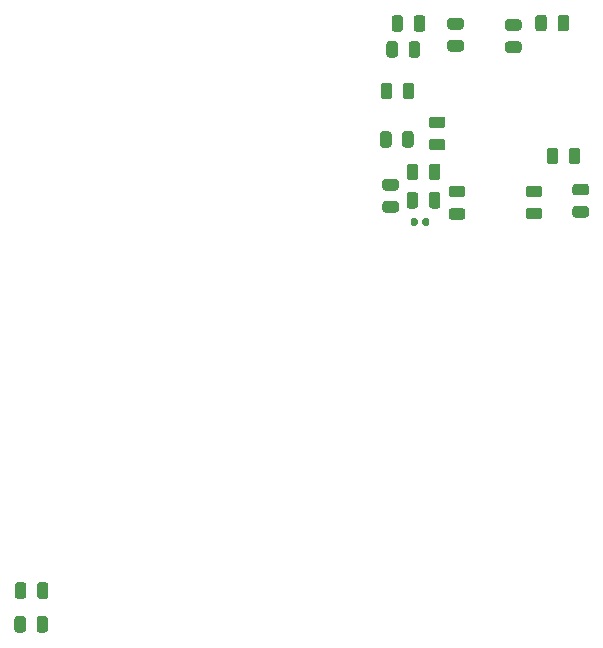
<source format=gbr>
%TF.GenerationSoftware,KiCad,Pcbnew,(5.1.10-1-10_14)*%
%TF.CreationDate,2021-10-15T10:29:32-04:00*%
%TF.ProjectId,main_controller,6d61696e-5f63-46f6-9e74-726f6c6c6572,rev?*%
%TF.SameCoordinates,Original*%
%TF.FileFunction,Paste,Bot*%
%TF.FilePolarity,Positive*%
%FSLAX46Y46*%
G04 Gerber Fmt 4.6, Leading zero omitted, Abs format (unit mm)*
G04 Created by KiCad (PCBNEW (5.1.10-1-10_14)) date 2021-10-15 10:29:32*
%MOMM*%
%LPD*%
G01*
G04 APERTURE LIST*
G04 APERTURE END LIST*
%TO.C,L1*%
G36*
G01*
X160705000Y-78702500D02*
X160705000Y-79047500D01*
G75*
G02*
X160557500Y-79195000I-147500J0D01*
G01*
X160262500Y-79195000D01*
G75*
G02*
X160115000Y-79047500I0J147500D01*
G01*
X160115000Y-78702500D01*
G75*
G02*
X160262500Y-78555000I147500J0D01*
G01*
X160557500Y-78555000D01*
G75*
G02*
X160705000Y-78702500I0J-147500D01*
G01*
G37*
G36*
G01*
X159735000Y-78702500D02*
X159735000Y-79047500D01*
G75*
G02*
X159587500Y-79195000I-147500J0D01*
G01*
X159292500Y-79195000D01*
G75*
G02*
X159145000Y-79047500I0J147500D01*
G01*
X159145000Y-78702500D01*
G75*
G02*
X159292500Y-78555000I147500J0D01*
G01*
X159587500Y-78555000D01*
G75*
G02*
X159735000Y-78702500I0J-147500D01*
G01*
G37*
%TD*%
%TO.C,R17*%
G36*
G01*
X127450000Y-113381250D02*
X127450000Y-112468750D01*
G75*
G02*
X127693750Y-112225000I243750J0D01*
G01*
X128181250Y-112225000D01*
G75*
G02*
X128425000Y-112468750I0J-243750D01*
G01*
X128425000Y-113381250D01*
G75*
G02*
X128181250Y-113625000I-243750J0D01*
G01*
X127693750Y-113625000D01*
G75*
G02*
X127450000Y-113381250I0J243750D01*
G01*
G37*
G36*
G01*
X125575000Y-113381250D02*
X125575000Y-112468750D01*
G75*
G02*
X125818750Y-112225000I243750J0D01*
G01*
X126306250Y-112225000D01*
G75*
G02*
X126550000Y-112468750I0J-243750D01*
G01*
X126550000Y-113381250D01*
G75*
G02*
X126306250Y-113625000I-243750J0D01*
G01*
X125818750Y-113625000D01*
G75*
G02*
X125575000Y-113381250I0J243750D01*
G01*
G37*
%TD*%
%TO.C,R10*%
G36*
G01*
X126587500Y-109618750D02*
X126587500Y-110531250D01*
G75*
G02*
X126343750Y-110775000I-243750J0D01*
G01*
X125856250Y-110775000D01*
G75*
G02*
X125612500Y-110531250I0J243750D01*
G01*
X125612500Y-109618750D01*
G75*
G02*
X125856250Y-109375000I243750J0D01*
G01*
X126343750Y-109375000D01*
G75*
G02*
X126587500Y-109618750I0J-243750D01*
G01*
G37*
G36*
G01*
X128462500Y-109618750D02*
X128462500Y-110531250D01*
G75*
G02*
X128218750Y-110775000I-243750J0D01*
G01*
X127731250Y-110775000D01*
G75*
G02*
X127487500Y-110531250I0J243750D01*
G01*
X127487500Y-109618750D01*
G75*
G02*
X127731250Y-109375000I243750J0D01*
G01*
X128218750Y-109375000D01*
G75*
G02*
X128462500Y-109618750I0J-243750D01*
G01*
G37*
%TD*%
%TO.C,C15*%
G36*
G01*
X159775000Y-74168750D02*
X159775000Y-75081250D01*
G75*
G02*
X159531250Y-75325000I-243750J0D01*
G01*
X159043750Y-75325000D01*
G75*
G02*
X158800000Y-75081250I0J243750D01*
G01*
X158800000Y-74168750D01*
G75*
G02*
X159043750Y-73925000I243750J0D01*
G01*
X159531250Y-73925000D01*
G75*
G02*
X159775000Y-74168750I0J-243750D01*
G01*
G37*
G36*
G01*
X161650000Y-74168750D02*
X161650000Y-75081250D01*
G75*
G02*
X161406250Y-75325000I-243750J0D01*
G01*
X160918750Y-75325000D01*
G75*
G02*
X160675000Y-75081250I0J243750D01*
G01*
X160675000Y-74168750D01*
G75*
G02*
X160918750Y-73925000I243750J0D01*
G01*
X161406250Y-73925000D01*
G75*
G02*
X161650000Y-74168750I0J-243750D01*
G01*
G37*
%TD*%
%TO.C,C14*%
G36*
G01*
X159762500Y-76568750D02*
X159762500Y-77481250D01*
G75*
G02*
X159518750Y-77725000I-243750J0D01*
G01*
X159031250Y-77725000D01*
G75*
G02*
X158787500Y-77481250I0J243750D01*
G01*
X158787500Y-76568750D01*
G75*
G02*
X159031250Y-76325000I243750J0D01*
G01*
X159518750Y-76325000D01*
G75*
G02*
X159762500Y-76568750I0J-243750D01*
G01*
G37*
G36*
G01*
X161637500Y-76568750D02*
X161637500Y-77481250D01*
G75*
G02*
X161393750Y-77725000I-243750J0D01*
G01*
X160906250Y-77725000D01*
G75*
G02*
X160662500Y-77481250I0J243750D01*
G01*
X160662500Y-76568750D01*
G75*
G02*
X160906250Y-76325000I243750J0D01*
G01*
X161393750Y-76325000D01*
G75*
G02*
X161637500Y-76568750I0J-243750D01*
G01*
G37*
%TD*%
%TO.C,C13*%
G36*
G01*
X173981250Y-76612500D02*
X173068750Y-76612500D01*
G75*
G02*
X172825000Y-76368750I0J243750D01*
G01*
X172825000Y-75881250D01*
G75*
G02*
X173068750Y-75637500I243750J0D01*
G01*
X173981250Y-75637500D01*
G75*
G02*
X174225000Y-75881250I0J-243750D01*
G01*
X174225000Y-76368750D01*
G75*
G02*
X173981250Y-76612500I-243750J0D01*
G01*
G37*
G36*
G01*
X173981250Y-78487500D02*
X173068750Y-78487500D01*
G75*
G02*
X172825000Y-78243750I0J243750D01*
G01*
X172825000Y-77756250D01*
G75*
G02*
X173068750Y-77512500I243750J0D01*
G01*
X173981250Y-77512500D01*
G75*
G02*
X174225000Y-77756250I0J-243750D01*
G01*
X174225000Y-78243750D01*
G75*
G02*
X173981250Y-78487500I-243750J0D01*
G01*
G37*
%TD*%
%TO.C,C12*%
G36*
G01*
X159387500Y-62506250D02*
X159387500Y-61593750D01*
G75*
G02*
X159631250Y-61350000I243750J0D01*
G01*
X160118750Y-61350000D01*
G75*
G02*
X160362500Y-61593750I0J-243750D01*
G01*
X160362500Y-62506250D01*
G75*
G02*
X160118750Y-62750000I-243750J0D01*
G01*
X159631250Y-62750000D01*
G75*
G02*
X159387500Y-62506250I0J243750D01*
G01*
G37*
G36*
G01*
X157512500Y-62506250D02*
X157512500Y-61593750D01*
G75*
G02*
X157756250Y-61350000I243750J0D01*
G01*
X158243750Y-61350000D01*
G75*
G02*
X158487500Y-61593750I0J-243750D01*
G01*
X158487500Y-62506250D01*
G75*
G02*
X158243750Y-62750000I-243750J0D01*
G01*
X157756250Y-62750000D01*
G75*
G02*
X157512500Y-62506250I0J243750D01*
G01*
G37*
%TD*%
%TO.C,C11*%
G36*
G01*
X158412500Y-72331250D02*
X158412500Y-71418750D01*
G75*
G02*
X158656250Y-71175000I243750J0D01*
G01*
X159143750Y-71175000D01*
G75*
G02*
X159387500Y-71418750I0J-243750D01*
G01*
X159387500Y-72331250D01*
G75*
G02*
X159143750Y-72575000I-243750J0D01*
G01*
X158656250Y-72575000D01*
G75*
G02*
X158412500Y-72331250I0J243750D01*
G01*
G37*
G36*
G01*
X156537500Y-72331250D02*
X156537500Y-71418750D01*
G75*
G02*
X156781250Y-71175000I243750J0D01*
G01*
X157268750Y-71175000D01*
G75*
G02*
X157512500Y-71418750I0J-243750D01*
G01*
X157512500Y-72331250D01*
G75*
G02*
X157268750Y-72575000I-243750J0D01*
G01*
X156781250Y-72575000D01*
G75*
G02*
X156537500Y-72331250I0J243750D01*
G01*
G37*
%TD*%
%TO.C,C10*%
G36*
G01*
X167368750Y-63575000D02*
X168281250Y-63575000D01*
G75*
G02*
X168525000Y-63818750I0J-243750D01*
G01*
X168525000Y-64306250D01*
G75*
G02*
X168281250Y-64550000I-243750J0D01*
G01*
X167368750Y-64550000D01*
G75*
G02*
X167125000Y-64306250I0J243750D01*
G01*
X167125000Y-63818750D01*
G75*
G02*
X167368750Y-63575000I243750J0D01*
G01*
G37*
G36*
G01*
X167368750Y-61700000D02*
X168281250Y-61700000D01*
G75*
G02*
X168525000Y-61943750I0J-243750D01*
G01*
X168525000Y-62431250D01*
G75*
G02*
X168281250Y-62675000I-243750J0D01*
G01*
X167368750Y-62675000D01*
G75*
G02*
X167125000Y-62431250I0J243750D01*
G01*
X167125000Y-61943750D01*
G75*
G02*
X167368750Y-61700000I243750J0D01*
G01*
G37*
%TD*%
%TO.C,C9*%
G36*
G01*
X170662500Y-61568750D02*
X170662500Y-62481250D01*
G75*
G02*
X170418750Y-62725000I-243750J0D01*
G01*
X169931250Y-62725000D01*
G75*
G02*
X169687500Y-62481250I0J243750D01*
G01*
X169687500Y-61568750D01*
G75*
G02*
X169931250Y-61325000I243750J0D01*
G01*
X170418750Y-61325000D01*
G75*
G02*
X170662500Y-61568750I0J-243750D01*
G01*
G37*
G36*
G01*
X172537500Y-61568750D02*
X172537500Y-62481250D01*
G75*
G02*
X172293750Y-62725000I-243750J0D01*
G01*
X171806250Y-62725000D01*
G75*
G02*
X171562500Y-62481250I0J243750D01*
G01*
X171562500Y-61568750D01*
G75*
G02*
X171806250Y-61325000I243750J0D01*
G01*
X172293750Y-61325000D01*
G75*
G02*
X172537500Y-61568750I0J-243750D01*
G01*
G37*
%TD*%
%TO.C,C8*%
G36*
G01*
X171612500Y-72818750D02*
X171612500Y-73731250D01*
G75*
G02*
X171368750Y-73975000I-243750J0D01*
G01*
X170881250Y-73975000D01*
G75*
G02*
X170637500Y-73731250I0J243750D01*
G01*
X170637500Y-72818750D01*
G75*
G02*
X170881250Y-72575000I243750J0D01*
G01*
X171368750Y-72575000D01*
G75*
G02*
X171612500Y-72818750I0J-243750D01*
G01*
G37*
G36*
G01*
X173487500Y-72818750D02*
X173487500Y-73731250D01*
G75*
G02*
X173243750Y-73975000I-243750J0D01*
G01*
X172756250Y-73975000D01*
G75*
G02*
X172512500Y-73731250I0J243750D01*
G01*
X172512500Y-72818750D01*
G75*
G02*
X172756250Y-72575000I243750J0D01*
G01*
X173243750Y-72575000D01*
G75*
G02*
X173487500Y-72818750I0J-243750D01*
G01*
G37*
%TD*%
%TO.C,C6*%
G36*
G01*
X158950000Y-64706250D02*
X158950000Y-63793750D01*
G75*
G02*
X159193750Y-63550000I243750J0D01*
G01*
X159681250Y-63550000D01*
G75*
G02*
X159925000Y-63793750I0J-243750D01*
G01*
X159925000Y-64706250D01*
G75*
G02*
X159681250Y-64950000I-243750J0D01*
G01*
X159193750Y-64950000D01*
G75*
G02*
X158950000Y-64706250I0J243750D01*
G01*
G37*
G36*
G01*
X157075000Y-64706250D02*
X157075000Y-63793750D01*
G75*
G02*
X157318750Y-63550000I243750J0D01*
G01*
X157806250Y-63550000D01*
G75*
G02*
X158050000Y-63793750I0J-243750D01*
G01*
X158050000Y-64706250D01*
G75*
G02*
X157806250Y-64950000I-243750J0D01*
G01*
X157318750Y-64950000D01*
G75*
G02*
X157075000Y-64706250I0J243750D01*
G01*
G37*
%TD*%
%TO.C,C5*%
G36*
G01*
X157881250Y-76200000D02*
X156968750Y-76200000D01*
G75*
G02*
X156725000Y-75956250I0J243750D01*
G01*
X156725000Y-75468750D01*
G75*
G02*
X156968750Y-75225000I243750J0D01*
G01*
X157881250Y-75225000D01*
G75*
G02*
X158125000Y-75468750I0J-243750D01*
G01*
X158125000Y-75956250D01*
G75*
G02*
X157881250Y-76200000I-243750J0D01*
G01*
G37*
G36*
G01*
X157881250Y-78075000D02*
X156968750Y-78075000D01*
G75*
G02*
X156725000Y-77831250I0J243750D01*
G01*
X156725000Y-77343750D01*
G75*
G02*
X156968750Y-77100000I243750J0D01*
G01*
X157881250Y-77100000D01*
G75*
G02*
X158125000Y-77343750I0J-243750D01*
G01*
X158125000Y-77831250D01*
G75*
G02*
X157881250Y-78075000I-243750J0D01*
G01*
G37*
%TD*%
%TO.C,C4*%
G36*
G01*
X163506250Y-76787500D02*
X162593750Y-76787500D01*
G75*
G02*
X162350000Y-76543750I0J243750D01*
G01*
X162350000Y-76056250D01*
G75*
G02*
X162593750Y-75812500I243750J0D01*
G01*
X163506250Y-75812500D01*
G75*
G02*
X163750000Y-76056250I0J-243750D01*
G01*
X163750000Y-76543750D01*
G75*
G02*
X163506250Y-76787500I-243750J0D01*
G01*
G37*
G36*
G01*
X163506250Y-78662500D02*
X162593750Y-78662500D01*
G75*
G02*
X162350000Y-78418750I0J243750D01*
G01*
X162350000Y-77931250D01*
G75*
G02*
X162593750Y-77687500I243750J0D01*
G01*
X163506250Y-77687500D01*
G75*
G02*
X163750000Y-77931250I0J-243750D01*
G01*
X163750000Y-78418750D01*
G75*
G02*
X163506250Y-78662500I-243750J0D01*
G01*
G37*
%TD*%
%TO.C,C3*%
G36*
G01*
X170031250Y-76762500D02*
X169118750Y-76762500D01*
G75*
G02*
X168875000Y-76518750I0J243750D01*
G01*
X168875000Y-76031250D01*
G75*
G02*
X169118750Y-75787500I243750J0D01*
G01*
X170031250Y-75787500D01*
G75*
G02*
X170275000Y-76031250I0J-243750D01*
G01*
X170275000Y-76518750D01*
G75*
G02*
X170031250Y-76762500I-243750J0D01*
G01*
G37*
G36*
G01*
X170031250Y-78637500D02*
X169118750Y-78637500D01*
G75*
G02*
X168875000Y-78393750I0J243750D01*
G01*
X168875000Y-77906250D01*
G75*
G02*
X169118750Y-77662500I243750J0D01*
G01*
X170031250Y-77662500D01*
G75*
G02*
X170275000Y-77906250I0J-243750D01*
G01*
X170275000Y-78393750D01*
G75*
G02*
X170031250Y-78637500I-243750J0D01*
G01*
G37*
%TD*%
%TO.C,C2*%
G36*
G01*
X162468750Y-63475000D02*
X163381250Y-63475000D01*
G75*
G02*
X163625000Y-63718750I0J-243750D01*
G01*
X163625000Y-64206250D01*
G75*
G02*
X163381250Y-64450000I-243750J0D01*
G01*
X162468750Y-64450000D01*
G75*
G02*
X162225000Y-64206250I0J243750D01*
G01*
X162225000Y-63718750D01*
G75*
G02*
X162468750Y-63475000I243750J0D01*
G01*
G37*
G36*
G01*
X162468750Y-61600000D02*
X163381250Y-61600000D01*
G75*
G02*
X163625000Y-61843750I0J-243750D01*
G01*
X163625000Y-62331250D01*
G75*
G02*
X163381250Y-62575000I-243750J0D01*
G01*
X162468750Y-62575000D01*
G75*
G02*
X162225000Y-62331250I0J243750D01*
G01*
X162225000Y-61843750D01*
G75*
G02*
X162468750Y-61600000I243750J0D01*
G01*
G37*
%TD*%
%TO.C,C1*%
G36*
G01*
X158450000Y-68231250D02*
X158450000Y-67318750D01*
G75*
G02*
X158693750Y-67075000I243750J0D01*
G01*
X159181250Y-67075000D01*
G75*
G02*
X159425000Y-67318750I0J-243750D01*
G01*
X159425000Y-68231250D01*
G75*
G02*
X159181250Y-68475000I-243750J0D01*
G01*
X158693750Y-68475000D01*
G75*
G02*
X158450000Y-68231250I0J243750D01*
G01*
G37*
G36*
G01*
X156575000Y-68231250D02*
X156575000Y-67318750D01*
G75*
G02*
X156818750Y-67075000I243750J0D01*
G01*
X157306250Y-67075000D01*
G75*
G02*
X157550000Y-67318750I0J-243750D01*
G01*
X157550000Y-68231250D01*
G75*
G02*
X157306250Y-68475000I-243750J0D01*
G01*
X156818750Y-68475000D01*
G75*
G02*
X156575000Y-68231250I0J243750D01*
G01*
G37*
%TD*%
%TO.C,R22*%
G36*
G01*
X161831250Y-72800000D02*
X160918750Y-72800000D01*
G75*
G02*
X160675000Y-72556250I0J243750D01*
G01*
X160675000Y-72068750D01*
G75*
G02*
X160918750Y-71825000I243750J0D01*
G01*
X161831250Y-71825000D01*
G75*
G02*
X162075000Y-72068750I0J-243750D01*
G01*
X162075000Y-72556250D01*
G75*
G02*
X161831250Y-72800000I-243750J0D01*
G01*
G37*
G36*
G01*
X161831250Y-70925000D02*
X160918750Y-70925000D01*
G75*
G02*
X160675000Y-70681250I0J243750D01*
G01*
X160675000Y-70193750D01*
G75*
G02*
X160918750Y-69950000I243750J0D01*
G01*
X161831250Y-69950000D01*
G75*
G02*
X162075000Y-70193750I0J-243750D01*
G01*
X162075000Y-70681250D01*
G75*
G02*
X161831250Y-70925000I-243750J0D01*
G01*
G37*
%TD*%
M02*

</source>
